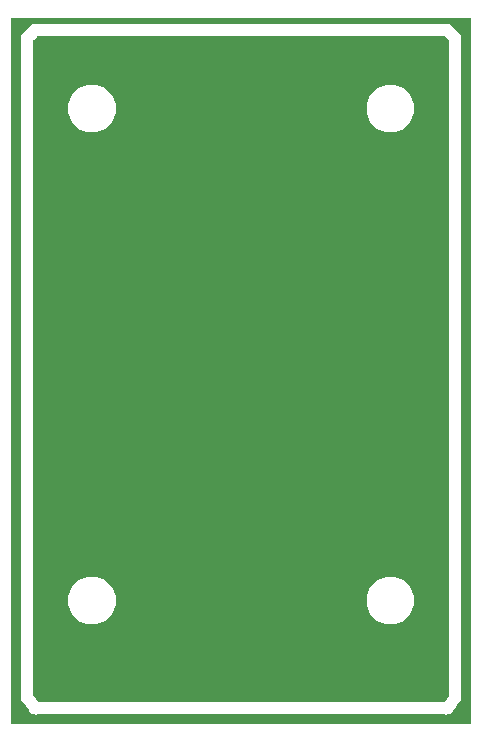
<source format=gbr>
G04 EAGLE Gerber RS-274X export*
G75*
%MOMM*%
%FSLAX34Y34*%
%LPD*%
%INTop Copper*%
%IPPOS*%
%AMOC8*
5,1,8,0,0,1.08239X$1,22.5*%
G01*

G36*
X374670Y-13458D02*
X374670Y-13458D01*
X374689Y-13460D01*
X374791Y-13438D01*
X374893Y-13422D01*
X374910Y-13412D01*
X374930Y-13408D01*
X375019Y-13355D01*
X375110Y-13306D01*
X375124Y-13292D01*
X375141Y-13282D01*
X375208Y-13203D01*
X375280Y-13128D01*
X375288Y-13110D01*
X375301Y-13095D01*
X375340Y-12999D01*
X375383Y-12905D01*
X375385Y-12885D01*
X375393Y-12867D01*
X375411Y-12700D01*
X375411Y584200D01*
X375408Y584220D01*
X375410Y584239D01*
X375388Y584341D01*
X375372Y584443D01*
X375362Y584460D01*
X375358Y584480D01*
X375305Y584569D01*
X375256Y584660D01*
X375242Y584674D01*
X375232Y584691D01*
X375153Y584758D01*
X375078Y584830D01*
X375060Y584838D01*
X375045Y584851D01*
X374949Y584890D01*
X374855Y584933D01*
X374835Y584935D01*
X374817Y584943D01*
X374650Y584961D01*
X-12700Y584961D01*
X-12720Y584958D01*
X-12739Y584960D01*
X-12841Y584938D01*
X-12943Y584922D01*
X-12960Y584912D01*
X-12980Y584908D01*
X-13069Y584855D01*
X-13160Y584806D01*
X-13174Y584792D01*
X-13191Y584782D01*
X-13258Y584703D01*
X-13330Y584628D01*
X-13338Y584610D01*
X-13351Y584595D01*
X-13390Y584499D01*
X-13433Y584405D01*
X-13435Y584385D01*
X-13443Y584367D01*
X-13461Y584200D01*
X-13461Y-12700D01*
X-13458Y-12720D01*
X-13460Y-12739D01*
X-13438Y-12841D01*
X-13422Y-12943D01*
X-13412Y-12960D01*
X-13408Y-12980D01*
X-13355Y-13069D01*
X-13306Y-13160D01*
X-13292Y-13174D01*
X-13282Y-13191D01*
X-13203Y-13258D01*
X-13128Y-13330D01*
X-13110Y-13338D01*
X-13095Y-13351D01*
X-12999Y-13390D01*
X-12905Y-13433D01*
X-12885Y-13435D01*
X-12867Y-13443D01*
X-12700Y-13461D01*
X374650Y-13461D01*
X374670Y-13458D01*
G37*
%LPC*%
G36*
X354170Y-5223D02*
X354170Y-5223D01*
X354148Y-5212D01*
X354132Y-5198D01*
X354129Y-5197D01*
X354123Y-5191D01*
X354034Y-5156D01*
X353950Y-5114D01*
X353921Y-5110D01*
X353895Y-5099D01*
X353728Y-5081D01*
X8222Y-5081D01*
X8194Y-5085D01*
X8165Y-5083D01*
X8073Y-5105D01*
X7979Y-5120D01*
X7954Y-5134D01*
X7926Y-5141D01*
X7780Y-5223D01*
X7591Y-5358D01*
X5992Y-5091D01*
X5959Y-5091D01*
X5866Y-5081D01*
X4246Y-5081D01*
X4081Y-4916D01*
X4058Y-4900D01*
X4039Y-4878D01*
X3958Y-4828D01*
X3881Y-4773D01*
X3854Y-4764D01*
X3829Y-4749D01*
X3668Y-4704D01*
X3439Y-4666D01*
X2497Y-3347D01*
X2474Y-3323D01*
X2415Y-3251D01*
X1269Y-2105D01*
X1269Y-1872D01*
X1265Y-1844D01*
X1267Y-1815D01*
X1245Y-1723D01*
X1230Y-1629D01*
X1216Y-1604D01*
X1209Y-1576D01*
X1127Y-1430D01*
X-3853Y5544D01*
X-3876Y5567D01*
X-3935Y5639D01*
X-5081Y6785D01*
X-5081Y7018D01*
X-5085Y7046D01*
X-5083Y7075D01*
X-5105Y7167D01*
X-5120Y7261D01*
X-5134Y7286D01*
X-5141Y7314D01*
X-5223Y7460D01*
X-5358Y7649D01*
X-5091Y9248D01*
X-5091Y9281D01*
X-5081Y9374D01*
X-5081Y569795D01*
X4245Y579121D01*
X357705Y579121D01*
X367031Y569795D01*
X367031Y9374D01*
X367034Y9355D01*
X367032Y9337D01*
X367038Y9309D01*
X367041Y9248D01*
X367308Y7649D01*
X367173Y7460D01*
X367160Y7435D01*
X367141Y7413D01*
X367106Y7324D01*
X367064Y7240D01*
X367060Y7211D01*
X367049Y7185D01*
X367031Y7018D01*
X367031Y6785D01*
X365885Y5639D01*
X365866Y5613D01*
X365803Y5544D01*
X360823Y-1430D01*
X360810Y-1455D01*
X360791Y-1477D01*
X360756Y-1565D01*
X360714Y-1650D01*
X360710Y-1679D01*
X360699Y-1705D01*
X360681Y-1872D01*
X360681Y-2105D01*
X359535Y-3251D01*
X359516Y-3277D01*
X359453Y-3347D01*
X358511Y-4666D01*
X358282Y-4704D01*
X358255Y-4713D01*
X358226Y-4715D01*
X358139Y-4752D01*
X358049Y-4783D01*
X358026Y-4800D01*
X358000Y-4812D01*
X357869Y-4916D01*
X357704Y-5081D01*
X356084Y-5081D01*
X356051Y-5086D01*
X355958Y-5091D01*
X354359Y-5358D01*
X354170Y-5223D01*
G37*
%LPD*%
G36*
X352624Y5086D02*
X352624Y5086D01*
X352655Y5083D01*
X352745Y5106D01*
X352836Y5120D01*
X352864Y5135D01*
X352894Y5142D01*
X352972Y5192D01*
X353054Y5236D01*
X353075Y5258D01*
X353101Y5275D01*
X353213Y5400D01*
X356727Y10320D01*
X356740Y10345D01*
X356759Y10367D01*
X356794Y10455D01*
X356836Y10540D01*
X356840Y10569D01*
X356851Y10595D01*
X356869Y10762D01*
X356869Y565270D01*
X356855Y565360D01*
X356847Y565451D01*
X356835Y565481D01*
X356830Y565513D01*
X356787Y565594D01*
X356751Y565677D01*
X356725Y565710D01*
X356714Y565730D01*
X356691Y565752D01*
X356646Y565808D01*
X353718Y568736D01*
X353645Y568789D01*
X353575Y568849D01*
X353545Y568861D01*
X353519Y568880D01*
X353432Y568907D01*
X353347Y568941D01*
X353306Y568945D01*
X353284Y568952D01*
X353251Y568951D01*
X353180Y568959D01*
X8770Y568959D01*
X8680Y568945D01*
X8589Y568937D01*
X8559Y568925D01*
X8527Y568920D01*
X8446Y568877D01*
X8363Y568841D01*
X8330Y568815D01*
X8310Y568804D01*
X8288Y568781D01*
X8232Y568736D01*
X5304Y565808D01*
X5251Y565735D01*
X5191Y565665D01*
X5179Y565635D01*
X5160Y565609D01*
X5133Y565522D01*
X5099Y565437D01*
X5095Y565396D01*
X5088Y565374D01*
X5089Y565341D01*
X5081Y565270D01*
X5081Y10762D01*
X5085Y10734D01*
X5083Y10705D01*
X5105Y10613D01*
X5120Y10519D01*
X5134Y10494D01*
X5141Y10466D01*
X5223Y10320D01*
X8737Y5400D01*
X8759Y5378D01*
X8775Y5351D01*
X8845Y5291D01*
X8910Y5225D01*
X8938Y5211D01*
X8962Y5191D01*
X9048Y5156D01*
X9130Y5115D01*
X9161Y5111D01*
X9190Y5099D01*
X9356Y5081D01*
X352594Y5081D01*
X352624Y5086D01*
G37*
%LPC*%
G36*
X303346Y487919D02*
X303346Y487919D01*
X295965Y490976D01*
X290316Y496625D01*
X287259Y504006D01*
X287259Y511994D01*
X290316Y519375D01*
X295965Y525024D01*
X303346Y528081D01*
X311334Y528081D01*
X318715Y525024D01*
X324364Y519375D01*
X327421Y511994D01*
X327421Y504006D01*
X324364Y496625D01*
X318715Y490976D01*
X311334Y487919D01*
X303346Y487919D01*
G37*
%LPD*%
%LPC*%
G36*
X50616Y487919D02*
X50616Y487919D01*
X43235Y490976D01*
X37586Y496625D01*
X34529Y504006D01*
X34529Y511994D01*
X37586Y519375D01*
X43235Y525024D01*
X50616Y528081D01*
X58604Y528081D01*
X65985Y525024D01*
X71634Y519375D01*
X74691Y511994D01*
X74691Y504006D01*
X71634Y496625D01*
X65985Y490976D01*
X58604Y487919D01*
X50616Y487919D01*
G37*
%LPD*%
%LPC*%
G36*
X303346Y71359D02*
X303346Y71359D01*
X295965Y74416D01*
X290316Y80065D01*
X287259Y87446D01*
X287259Y95434D01*
X290316Y102815D01*
X295965Y108464D01*
X303346Y111521D01*
X311334Y111521D01*
X318715Y108464D01*
X324364Y102815D01*
X327421Y95434D01*
X327421Y87446D01*
X324364Y80065D01*
X318715Y74416D01*
X311334Y71359D01*
X303346Y71359D01*
G37*
%LPD*%
%LPC*%
G36*
X50616Y71359D02*
X50616Y71359D01*
X43235Y74416D01*
X37586Y80065D01*
X34529Y87446D01*
X34529Y95434D01*
X37586Y102815D01*
X43235Y108464D01*
X50616Y111521D01*
X58604Y111521D01*
X65985Y108464D01*
X71634Y102815D01*
X74691Y95434D01*
X74691Y87446D01*
X71634Y80065D01*
X65985Y74416D01*
X58604Y71359D01*
X50616Y71359D01*
G37*
%LPD*%
M02*

</source>
